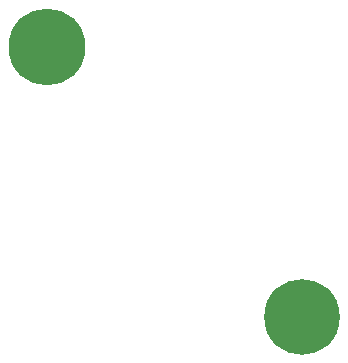
<source format=gbr>
G04 start of page 6 for group -4062 idx -4062 *
G04 Title: LED carrier v. 0.1, soldermask *
G04 Creator: pcb 1.99x *
G04 CreationDate: Sat Jul 25 11:21:37 2009 UTC *
G04 For: davidellsworth *
G04 Format: Gerber/RS-274X *
G04 PCB-Dimensions: 120000 122000 *
G04 PCB-Coordinate-Origin: lower left *
%MOIN*%
%FSLAX24Y24*%
%LNBACKMASK*%
%ADD26C,0.2520*%
%ADD27C,0.2560*%
G54D26*X10100Y1600D03*
G54D27*X1600Y10600D03*
M02*

</source>
